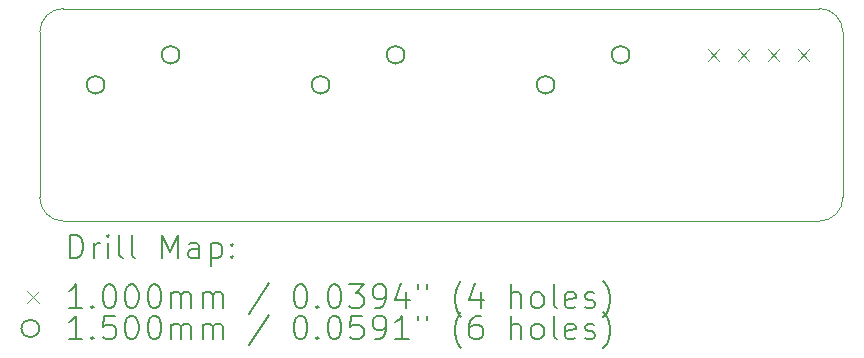
<source format=gbr>
%TF.GenerationSoftware,KiCad,Pcbnew,8.0.3*%
%TF.CreationDate,2024-06-07T22:11:13+12:00*%
%TF.ProjectId,mechanical_switch_breakout,6d656368-616e-4696-9361-6c5f73776974,0.1.0*%
%TF.SameCoordinates,Original*%
%TF.FileFunction,Drillmap*%
%TF.FilePolarity,Positive*%
%FSLAX45Y45*%
G04 Gerber Fmt 4.5, Leading zero omitted, Abs format (unit mm)*
G04 Created by KiCad (PCBNEW 8.0.3) date 2024-06-07 22:11:13*
%MOMM*%
%LPD*%
G01*
G04 APERTURE LIST*
%ADD10C,0.100000*%
%ADD11C,0.200000*%
%ADD12C,0.150000*%
G04 APERTURE END LIST*
D10*
X13495750Y-5454000D02*
X7095750Y-5454000D01*
X13495750Y-5454000D02*
G75*
G02*
X13695750Y-5654000I0J-200000D01*
G01*
X13695750Y-7054000D02*
X13695750Y-5654000D01*
X7095750Y-7254000D02*
G75*
G02*
X6895750Y-7054000I0J200000D01*
G01*
X7095750Y-7254000D02*
X13495750Y-7254000D01*
X13695750Y-7054000D02*
G75*
G02*
X13495750Y-7254000I-200000J0D01*
G01*
X6895750Y-5654000D02*
X6895750Y-7054000D01*
X6895750Y-5654000D02*
G75*
G02*
X7095750Y-5454000I200000J0D01*
G01*
D11*
D10*
X12550000Y-5800000D02*
X12650000Y-5900000D01*
X12650000Y-5800000D02*
X12550000Y-5900000D01*
X12804000Y-5800000D02*
X12904000Y-5900000D01*
X12904000Y-5800000D02*
X12804000Y-5900000D01*
X13058000Y-5800000D02*
X13158000Y-5900000D01*
X13158000Y-5800000D02*
X13058000Y-5900000D01*
X13312000Y-5800000D02*
X13412000Y-5900000D01*
X13412000Y-5800000D02*
X13312000Y-5900000D01*
D12*
X7444000Y-6100000D02*
G75*
G02*
X7294000Y-6100000I-75000J0D01*
G01*
X7294000Y-6100000D02*
G75*
G02*
X7444000Y-6100000I75000J0D01*
G01*
X8079000Y-5846000D02*
G75*
G02*
X7929000Y-5846000I-75000J0D01*
G01*
X7929000Y-5846000D02*
G75*
G02*
X8079000Y-5846000I75000J0D01*
G01*
X9349000Y-6100000D02*
G75*
G02*
X9199000Y-6100000I-75000J0D01*
G01*
X9199000Y-6100000D02*
G75*
G02*
X9349000Y-6100000I75000J0D01*
G01*
X9984000Y-5846000D02*
G75*
G02*
X9834000Y-5846000I-75000J0D01*
G01*
X9834000Y-5846000D02*
G75*
G02*
X9984000Y-5846000I75000J0D01*
G01*
X11254000Y-6100000D02*
G75*
G02*
X11104000Y-6100000I-75000J0D01*
G01*
X11104000Y-6100000D02*
G75*
G02*
X11254000Y-6100000I75000J0D01*
G01*
X11889000Y-5846000D02*
G75*
G02*
X11739000Y-5846000I-75000J0D01*
G01*
X11739000Y-5846000D02*
G75*
G02*
X11889000Y-5846000I75000J0D01*
G01*
D11*
X7151527Y-7570484D02*
X7151527Y-7370484D01*
X7151527Y-7370484D02*
X7199146Y-7370484D01*
X7199146Y-7370484D02*
X7227717Y-7380007D01*
X7227717Y-7380007D02*
X7246765Y-7399055D01*
X7246765Y-7399055D02*
X7256289Y-7418103D01*
X7256289Y-7418103D02*
X7265812Y-7456198D01*
X7265812Y-7456198D02*
X7265812Y-7484769D01*
X7265812Y-7484769D02*
X7256289Y-7522865D01*
X7256289Y-7522865D02*
X7246765Y-7541912D01*
X7246765Y-7541912D02*
X7227717Y-7560960D01*
X7227717Y-7560960D02*
X7199146Y-7570484D01*
X7199146Y-7570484D02*
X7151527Y-7570484D01*
X7351527Y-7570484D02*
X7351527Y-7437150D01*
X7351527Y-7475246D02*
X7361051Y-7456198D01*
X7361051Y-7456198D02*
X7370574Y-7446674D01*
X7370574Y-7446674D02*
X7389622Y-7437150D01*
X7389622Y-7437150D02*
X7408670Y-7437150D01*
X7475336Y-7570484D02*
X7475336Y-7437150D01*
X7475336Y-7370484D02*
X7465812Y-7380007D01*
X7465812Y-7380007D02*
X7475336Y-7389531D01*
X7475336Y-7389531D02*
X7484860Y-7380007D01*
X7484860Y-7380007D02*
X7475336Y-7370484D01*
X7475336Y-7370484D02*
X7475336Y-7389531D01*
X7599146Y-7570484D02*
X7580098Y-7560960D01*
X7580098Y-7560960D02*
X7570574Y-7541912D01*
X7570574Y-7541912D02*
X7570574Y-7370484D01*
X7703908Y-7570484D02*
X7684860Y-7560960D01*
X7684860Y-7560960D02*
X7675336Y-7541912D01*
X7675336Y-7541912D02*
X7675336Y-7370484D01*
X7932479Y-7570484D02*
X7932479Y-7370484D01*
X7932479Y-7370484D02*
X7999146Y-7513341D01*
X7999146Y-7513341D02*
X8065812Y-7370484D01*
X8065812Y-7370484D02*
X8065812Y-7570484D01*
X8246765Y-7570484D02*
X8246765Y-7465722D01*
X8246765Y-7465722D02*
X8237241Y-7446674D01*
X8237241Y-7446674D02*
X8218193Y-7437150D01*
X8218193Y-7437150D02*
X8180098Y-7437150D01*
X8180098Y-7437150D02*
X8161051Y-7446674D01*
X8246765Y-7560960D02*
X8227717Y-7570484D01*
X8227717Y-7570484D02*
X8180098Y-7570484D01*
X8180098Y-7570484D02*
X8161051Y-7560960D01*
X8161051Y-7560960D02*
X8151527Y-7541912D01*
X8151527Y-7541912D02*
X8151527Y-7522865D01*
X8151527Y-7522865D02*
X8161051Y-7503817D01*
X8161051Y-7503817D02*
X8180098Y-7494293D01*
X8180098Y-7494293D02*
X8227717Y-7494293D01*
X8227717Y-7494293D02*
X8246765Y-7484769D01*
X8342003Y-7437150D02*
X8342003Y-7637150D01*
X8342003Y-7446674D02*
X8361051Y-7437150D01*
X8361051Y-7437150D02*
X8399146Y-7437150D01*
X8399146Y-7437150D02*
X8418194Y-7446674D01*
X8418194Y-7446674D02*
X8427717Y-7456198D01*
X8427717Y-7456198D02*
X8437241Y-7475246D01*
X8437241Y-7475246D02*
X8437241Y-7532388D01*
X8437241Y-7532388D02*
X8427717Y-7551436D01*
X8427717Y-7551436D02*
X8418194Y-7560960D01*
X8418194Y-7560960D02*
X8399146Y-7570484D01*
X8399146Y-7570484D02*
X8361051Y-7570484D01*
X8361051Y-7570484D02*
X8342003Y-7560960D01*
X8522955Y-7551436D02*
X8532479Y-7560960D01*
X8532479Y-7560960D02*
X8522955Y-7570484D01*
X8522955Y-7570484D02*
X8513432Y-7560960D01*
X8513432Y-7560960D02*
X8522955Y-7551436D01*
X8522955Y-7551436D02*
X8522955Y-7570484D01*
X8522955Y-7446674D02*
X8532479Y-7456198D01*
X8532479Y-7456198D02*
X8522955Y-7465722D01*
X8522955Y-7465722D02*
X8513432Y-7456198D01*
X8513432Y-7456198D02*
X8522955Y-7446674D01*
X8522955Y-7446674D02*
X8522955Y-7465722D01*
D10*
X6790750Y-7849000D02*
X6890750Y-7949000D01*
X6890750Y-7849000D02*
X6790750Y-7949000D01*
D11*
X7256289Y-7990484D02*
X7142003Y-7990484D01*
X7199146Y-7990484D02*
X7199146Y-7790484D01*
X7199146Y-7790484D02*
X7180098Y-7819055D01*
X7180098Y-7819055D02*
X7161051Y-7838103D01*
X7161051Y-7838103D02*
X7142003Y-7847626D01*
X7342003Y-7971436D02*
X7351527Y-7980960D01*
X7351527Y-7980960D02*
X7342003Y-7990484D01*
X7342003Y-7990484D02*
X7332479Y-7980960D01*
X7332479Y-7980960D02*
X7342003Y-7971436D01*
X7342003Y-7971436D02*
X7342003Y-7990484D01*
X7475336Y-7790484D02*
X7494384Y-7790484D01*
X7494384Y-7790484D02*
X7513432Y-7800007D01*
X7513432Y-7800007D02*
X7522955Y-7809531D01*
X7522955Y-7809531D02*
X7532479Y-7828579D01*
X7532479Y-7828579D02*
X7542003Y-7866674D01*
X7542003Y-7866674D02*
X7542003Y-7914293D01*
X7542003Y-7914293D02*
X7532479Y-7952388D01*
X7532479Y-7952388D02*
X7522955Y-7971436D01*
X7522955Y-7971436D02*
X7513432Y-7980960D01*
X7513432Y-7980960D02*
X7494384Y-7990484D01*
X7494384Y-7990484D02*
X7475336Y-7990484D01*
X7475336Y-7990484D02*
X7456289Y-7980960D01*
X7456289Y-7980960D02*
X7446765Y-7971436D01*
X7446765Y-7971436D02*
X7437241Y-7952388D01*
X7437241Y-7952388D02*
X7427717Y-7914293D01*
X7427717Y-7914293D02*
X7427717Y-7866674D01*
X7427717Y-7866674D02*
X7437241Y-7828579D01*
X7437241Y-7828579D02*
X7446765Y-7809531D01*
X7446765Y-7809531D02*
X7456289Y-7800007D01*
X7456289Y-7800007D02*
X7475336Y-7790484D01*
X7665812Y-7790484D02*
X7684860Y-7790484D01*
X7684860Y-7790484D02*
X7703908Y-7800007D01*
X7703908Y-7800007D02*
X7713432Y-7809531D01*
X7713432Y-7809531D02*
X7722955Y-7828579D01*
X7722955Y-7828579D02*
X7732479Y-7866674D01*
X7732479Y-7866674D02*
X7732479Y-7914293D01*
X7732479Y-7914293D02*
X7722955Y-7952388D01*
X7722955Y-7952388D02*
X7713432Y-7971436D01*
X7713432Y-7971436D02*
X7703908Y-7980960D01*
X7703908Y-7980960D02*
X7684860Y-7990484D01*
X7684860Y-7990484D02*
X7665812Y-7990484D01*
X7665812Y-7990484D02*
X7646765Y-7980960D01*
X7646765Y-7980960D02*
X7637241Y-7971436D01*
X7637241Y-7971436D02*
X7627717Y-7952388D01*
X7627717Y-7952388D02*
X7618193Y-7914293D01*
X7618193Y-7914293D02*
X7618193Y-7866674D01*
X7618193Y-7866674D02*
X7627717Y-7828579D01*
X7627717Y-7828579D02*
X7637241Y-7809531D01*
X7637241Y-7809531D02*
X7646765Y-7800007D01*
X7646765Y-7800007D02*
X7665812Y-7790484D01*
X7856289Y-7790484D02*
X7875336Y-7790484D01*
X7875336Y-7790484D02*
X7894384Y-7800007D01*
X7894384Y-7800007D02*
X7903908Y-7809531D01*
X7903908Y-7809531D02*
X7913432Y-7828579D01*
X7913432Y-7828579D02*
X7922955Y-7866674D01*
X7922955Y-7866674D02*
X7922955Y-7914293D01*
X7922955Y-7914293D02*
X7913432Y-7952388D01*
X7913432Y-7952388D02*
X7903908Y-7971436D01*
X7903908Y-7971436D02*
X7894384Y-7980960D01*
X7894384Y-7980960D02*
X7875336Y-7990484D01*
X7875336Y-7990484D02*
X7856289Y-7990484D01*
X7856289Y-7990484D02*
X7837241Y-7980960D01*
X7837241Y-7980960D02*
X7827717Y-7971436D01*
X7827717Y-7971436D02*
X7818193Y-7952388D01*
X7818193Y-7952388D02*
X7808670Y-7914293D01*
X7808670Y-7914293D02*
X7808670Y-7866674D01*
X7808670Y-7866674D02*
X7818193Y-7828579D01*
X7818193Y-7828579D02*
X7827717Y-7809531D01*
X7827717Y-7809531D02*
X7837241Y-7800007D01*
X7837241Y-7800007D02*
X7856289Y-7790484D01*
X8008670Y-7990484D02*
X8008670Y-7857150D01*
X8008670Y-7876198D02*
X8018193Y-7866674D01*
X8018193Y-7866674D02*
X8037241Y-7857150D01*
X8037241Y-7857150D02*
X8065813Y-7857150D01*
X8065813Y-7857150D02*
X8084860Y-7866674D01*
X8084860Y-7866674D02*
X8094384Y-7885722D01*
X8094384Y-7885722D02*
X8094384Y-7990484D01*
X8094384Y-7885722D02*
X8103908Y-7866674D01*
X8103908Y-7866674D02*
X8122955Y-7857150D01*
X8122955Y-7857150D02*
X8151527Y-7857150D01*
X8151527Y-7857150D02*
X8170574Y-7866674D01*
X8170574Y-7866674D02*
X8180098Y-7885722D01*
X8180098Y-7885722D02*
X8180098Y-7990484D01*
X8275336Y-7990484D02*
X8275336Y-7857150D01*
X8275336Y-7876198D02*
X8284860Y-7866674D01*
X8284860Y-7866674D02*
X8303908Y-7857150D01*
X8303908Y-7857150D02*
X8332479Y-7857150D01*
X8332479Y-7857150D02*
X8351527Y-7866674D01*
X8351527Y-7866674D02*
X8361051Y-7885722D01*
X8361051Y-7885722D02*
X8361051Y-7990484D01*
X8361051Y-7885722D02*
X8370574Y-7866674D01*
X8370574Y-7866674D02*
X8389622Y-7857150D01*
X8389622Y-7857150D02*
X8418194Y-7857150D01*
X8418194Y-7857150D02*
X8437241Y-7866674D01*
X8437241Y-7866674D02*
X8446765Y-7885722D01*
X8446765Y-7885722D02*
X8446765Y-7990484D01*
X8837241Y-7780960D02*
X8665813Y-8038103D01*
X9094384Y-7790484D02*
X9113432Y-7790484D01*
X9113432Y-7790484D02*
X9132479Y-7800007D01*
X9132479Y-7800007D02*
X9142003Y-7809531D01*
X9142003Y-7809531D02*
X9151527Y-7828579D01*
X9151527Y-7828579D02*
X9161051Y-7866674D01*
X9161051Y-7866674D02*
X9161051Y-7914293D01*
X9161051Y-7914293D02*
X9151527Y-7952388D01*
X9151527Y-7952388D02*
X9142003Y-7971436D01*
X9142003Y-7971436D02*
X9132479Y-7980960D01*
X9132479Y-7980960D02*
X9113432Y-7990484D01*
X9113432Y-7990484D02*
X9094384Y-7990484D01*
X9094384Y-7990484D02*
X9075337Y-7980960D01*
X9075337Y-7980960D02*
X9065813Y-7971436D01*
X9065813Y-7971436D02*
X9056289Y-7952388D01*
X9056289Y-7952388D02*
X9046765Y-7914293D01*
X9046765Y-7914293D02*
X9046765Y-7866674D01*
X9046765Y-7866674D02*
X9056289Y-7828579D01*
X9056289Y-7828579D02*
X9065813Y-7809531D01*
X9065813Y-7809531D02*
X9075337Y-7800007D01*
X9075337Y-7800007D02*
X9094384Y-7790484D01*
X9246765Y-7971436D02*
X9256289Y-7980960D01*
X9256289Y-7980960D02*
X9246765Y-7990484D01*
X9246765Y-7990484D02*
X9237241Y-7980960D01*
X9237241Y-7980960D02*
X9246765Y-7971436D01*
X9246765Y-7971436D02*
X9246765Y-7990484D01*
X9380098Y-7790484D02*
X9399146Y-7790484D01*
X9399146Y-7790484D02*
X9418194Y-7800007D01*
X9418194Y-7800007D02*
X9427718Y-7809531D01*
X9427718Y-7809531D02*
X9437241Y-7828579D01*
X9437241Y-7828579D02*
X9446765Y-7866674D01*
X9446765Y-7866674D02*
X9446765Y-7914293D01*
X9446765Y-7914293D02*
X9437241Y-7952388D01*
X9437241Y-7952388D02*
X9427718Y-7971436D01*
X9427718Y-7971436D02*
X9418194Y-7980960D01*
X9418194Y-7980960D02*
X9399146Y-7990484D01*
X9399146Y-7990484D02*
X9380098Y-7990484D01*
X9380098Y-7990484D02*
X9361051Y-7980960D01*
X9361051Y-7980960D02*
X9351527Y-7971436D01*
X9351527Y-7971436D02*
X9342003Y-7952388D01*
X9342003Y-7952388D02*
X9332479Y-7914293D01*
X9332479Y-7914293D02*
X9332479Y-7866674D01*
X9332479Y-7866674D02*
X9342003Y-7828579D01*
X9342003Y-7828579D02*
X9351527Y-7809531D01*
X9351527Y-7809531D02*
X9361051Y-7800007D01*
X9361051Y-7800007D02*
X9380098Y-7790484D01*
X9513432Y-7790484D02*
X9637241Y-7790484D01*
X9637241Y-7790484D02*
X9570575Y-7866674D01*
X9570575Y-7866674D02*
X9599146Y-7866674D01*
X9599146Y-7866674D02*
X9618194Y-7876198D01*
X9618194Y-7876198D02*
X9627718Y-7885722D01*
X9627718Y-7885722D02*
X9637241Y-7904769D01*
X9637241Y-7904769D02*
X9637241Y-7952388D01*
X9637241Y-7952388D02*
X9627718Y-7971436D01*
X9627718Y-7971436D02*
X9618194Y-7980960D01*
X9618194Y-7980960D02*
X9599146Y-7990484D01*
X9599146Y-7990484D02*
X9542003Y-7990484D01*
X9542003Y-7990484D02*
X9522956Y-7980960D01*
X9522956Y-7980960D02*
X9513432Y-7971436D01*
X9732479Y-7990484D02*
X9770575Y-7990484D01*
X9770575Y-7990484D02*
X9789622Y-7980960D01*
X9789622Y-7980960D02*
X9799146Y-7971436D01*
X9799146Y-7971436D02*
X9818194Y-7942865D01*
X9818194Y-7942865D02*
X9827718Y-7904769D01*
X9827718Y-7904769D02*
X9827718Y-7828579D01*
X9827718Y-7828579D02*
X9818194Y-7809531D01*
X9818194Y-7809531D02*
X9808670Y-7800007D01*
X9808670Y-7800007D02*
X9789622Y-7790484D01*
X9789622Y-7790484D02*
X9751527Y-7790484D01*
X9751527Y-7790484D02*
X9732479Y-7800007D01*
X9732479Y-7800007D02*
X9722956Y-7809531D01*
X9722956Y-7809531D02*
X9713432Y-7828579D01*
X9713432Y-7828579D02*
X9713432Y-7876198D01*
X9713432Y-7876198D02*
X9722956Y-7895246D01*
X9722956Y-7895246D02*
X9732479Y-7904769D01*
X9732479Y-7904769D02*
X9751527Y-7914293D01*
X9751527Y-7914293D02*
X9789622Y-7914293D01*
X9789622Y-7914293D02*
X9808670Y-7904769D01*
X9808670Y-7904769D02*
X9818194Y-7895246D01*
X9818194Y-7895246D02*
X9827718Y-7876198D01*
X9999146Y-7857150D02*
X9999146Y-7990484D01*
X9951527Y-7780960D02*
X9903908Y-7923817D01*
X9903908Y-7923817D02*
X10027718Y-7923817D01*
X10094384Y-7790484D02*
X10094384Y-7828579D01*
X10170575Y-7790484D02*
X10170575Y-7828579D01*
X10465813Y-8066674D02*
X10456289Y-8057150D01*
X10456289Y-8057150D02*
X10437241Y-8028579D01*
X10437241Y-8028579D02*
X10427718Y-8009531D01*
X10427718Y-8009531D02*
X10418194Y-7980960D01*
X10418194Y-7980960D02*
X10408670Y-7933341D01*
X10408670Y-7933341D02*
X10408670Y-7895246D01*
X10408670Y-7895246D02*
X10418194Y-7847626D01*
X10418194Y-7847626D02*
X10427718Y-7819055D01*
X10427718Y-7819055D02*
X10437241Y-7800007D01*
X10437241Y-7800007D02*
X10456289Y-7771436D01*
X10456289Y-7771436D02*
X10465813Y-7761912D01*
X10627718Y-7857150D02*
X10627718Y-7990484D01*
X10580099Y-7780960D02*
X10532480Y-7923817D01*
X10532480Y-7923817D02*
X10656289Y-7923817D01*
X10884861Y-7990484D02*
X10884861Y-7790484D01*
X10970575Y-7990484D02*
X10970575Y-7885722D01*
X10970575Y-7885722D02*
X10961051Y-7866674D01*
X10961051Y-7866674D02*
X10942003Y-7857150D01*
X10942003Y-7857150D02*
X10913432Y-7857150D01*
X10913432Y-7857150D02*
X10894384Y-7866674D01*
X10894384Y-7866674D02*
X10884861Y-7876198D01*
X11094384Y-7990484D02*
X11075337Y-7980960D01*
X11075337Y-7980960D02*
X11065813Y-7971436D01*
X11065813Y-7971436D02*
X11056289Y-7952388D01*
X11056289Y-7952388D02*
X11056289Y-7895246D01*
X11056289Y-7895246D02*
X11065813Y-7876198D01*
X11065813Y-7876198D02*
X11075337Y-7866674D01*
X11075337Y-7866674D02*
X11094384Y-7857150D01*
X11094384Y-7857150D02*
X11122956Y-7857150D01*
X11122956Y-7857150D02*
X11142003Y-7866674D01*
X11142003Y-7866674D02*
X11151527Y-7876198D01*
X11151527Y-7876198D02*
X11161051Y-7895246D01*
X11161051Y-7895246D02*
X11161051Y-7952388D01*
X11161051Y-7952388D02*
X11151527Y-7971436D01*
X11151527Y-7971436D02*
X11142003Y-7980960D01*
X11142003Y-7980960D02*
X11122956Y-7990484D01*
X11122956Y-7990484D02*
X11094384Y-7990484D01*
X11275337Y-7990484D02*
X11256289Y-7980960D01*
X11256289Y-7980960D02*
X11246765Y-7961912D01*
X11246765Y-7961912D02*
X11246765Y-7790484D01*
X11427718Y-7980960D02*
X11408670Y-7990484D01*
X11408670Y-7990484D02*
X11370575Y-7990484D01*
X11370575Y-7990484D02*
X11351527Y-7980960D01*
X11351527Y-7980960D02*
X11342003Y-7961912D01*
X11342003Y-7961912D02*
X11342003Y-7885722D01*
X11342003Y-7885722D02*
X11351527Y-7866674D01*
X11351527Y-7866674D02*
X11370575Y-7857150D01*
X11370575Y-7857150D02*
X11408670Y-7857150D01*
X11408670Y-7857150D02*
X11427718Y-7866674D01*
X11427718Y-7866674D02*
X11437241Y-7885722D01*
X11437241Y-7885722D02*
X11437241Y-7904769D01*
X11437241Y-7904769D02*
X11342003Y-7923817D01*
X11513432Y-7980960D02*
X11532480Y-7990484D01*
X11532480Y-7990484D02*
X11570575Y-7990484D01*
X11570575Y-7990484D02*
X11589622Y-7980960D01*
X11589622Y-7980960D02*
X11599146Y-7961912D01*
X11599146Y-7961912D02*
X11599146Y-7952388D01*
X11599146Y-7952388D02*
X11589622Y-7933341D01*
X11589622Y-7933341D02*
X11570575Y-7923817D01*
X11570575Y-7923817D02*
X11542003Y-7923817D01*
X11542003Y-7923817D02*
X11522956Y-7914293D01*
X11522956Y-7914293D02*
X11513432Y-7895246D01*
X11513432Y-7895246D02*
X11513432Y-7885722D01*
X11513432Y-7885722D02*
X11522956Y-7866674D01*
X11522956Y-7866674D02*
X11542003Y-7857150D01*
X11542003Y-7857150D02*
X11570575Y-7857150D01*
X11570575Y-7857150D02*
X11589622Y-7866674D01*
X11665813Y-8066674D02*
X11675337Y-8057150D01*
X11675337Y-8057150D02*
X11694384Y-8028579D01*
X11694384Y-8028579D02*
X11703908Y-8009531D01*
X11703908Y-8009531D02*
X11713432Y-7980960D01*
X11713432Y-7980960D02*
X11722956Y-7933341D01*
X11722956Y-7933341D02*
X11722956Y-7895246D01*
X11722956Y-7895246D02*
X11713432Y-7847626D01*
X11713432Y-7847626D02*
X11703908Y-7819055D01*
X11703908Y-7819055D02*
X11694384Y-7800007D01*
X11694384Y-7800007D02*
X11675337Y-7771436D01*
X11675337Y-7771436D02*
X11665813Y-7761912D01*
D12*
X6890750Y-8163000D02*
G75*
G02*
X6740750Y-8163000I-75000J0D01*
G01*
X6740750Y-8163000D02*
G75*
G02*
X6890750Y-8163000I75000J0D01*
G01*
D11*
X7256289Y-8254484D02*
X7142003Y-8254484D01*
X7199146Y-8254484D02*
X7199146Y-8054484D01*
X7199146Y-8054484D02*
X7180098Y-8083055D01*
X7180098Y-8083055D02*
X7161051Y-8102103D01*
X7161051Y-8102103D02*
X7142003Y-8111626D01*
X7342003Y-8235436D02*
X7351527Y-8244960D01*
X7351527Y-8244960D02*
X7342003Y-8254484D01*
X7342003Y-8254484D02*
X7332479Y-8244960D01*
X7332479Y-8244960D02*
X7342003Y-8235436D01*
X7342003Y-8235436D02*
X7342003Y-8254484D01*
X7532479Y-8054484D02*
X7437241Y-8054484D01*
X7437241Y-8054484D02*
X7427717Y-8149722D01*
X7427717Y-8149722D02*
X7437241Y-8140198D01*
X7437241Y-8140198D02*
X7456289Y-8130674D01*
X7456289Y-8130674D02*
X7503908Y-8130674D01*
X7503908Y-8130674D02*
X7522955Y-8140198D01*
X7522955Y-8140198D02*
X7532479Y-8149722D01*
X7532479Y-8149722D02*
X7542003Y-8168769D01*
X7542003Y-8168769D02*
X7542003Y-8216388D01*
X7542003Y-8216388D02*
X7532479Y-8235436D01*
X7532479Y-8235436D02*
X7522955Y-8244960D01*
X7522955Y-8244960D02*
X7503908Y-8254484D01*
X7503908Y-8254484D02*
X7456289Y-8254484D01*
X7456289Y-8254484D02*
X7437241Y-8244960D01*
X7437241Y-8244960D02*
X7427717Y-8235436D01*
X7665812Y-8054484D02*
X7684860Y-8054484D01*
X7684860Y-8054484D02*
X7703908Y-8064007D01*
X7703908Y-8064007D02*
X7713432Y-8073531D01*
X7713432Y-8073531D02*
X7722955Y-8092579D01*
X7722955Y-8092579D02*
X7732479Y-8130674D01*
X7732479Y-8130674D02*
X7732479Y-8178293D01*
X7732479Y-8178293D02*
X7722955Y-8216388D01*
X7722955Y-8216388D02*
X7713432Y-8235436D01*
X7713432Y-8235436D02*
X7703908Y-8244960D01*
X7703908Y-8244960D02*
X7684860Y-8254484D01*
X7684860Y-8254484D02*
X7665812Y-8254484D01*
X7665812Y-8254484D02*
X7646765Y-8244960D01*
X7646765Y-8244960D02*
X7637241Y-8235436D01*
X7637241Y-8235436D02*
X7627717Y-8216388D01*
X7627717Y-8216388D02*
X7618193Y-8178293D01*
X7618193Y-8178293D02*
X7618193Y-8130674D01*
X7618193Y-8130674D02*
X7627717Y-8092579D01*
X7627717Y-8092579D02*
X7637241Y-8073531D01*
X7637241Y-8073531D02*
X7646765Y-8064007D01*
X7646765Y-8064007D02*
X7665812Y-8054484D01*
X7856289Y-8054484D02*
X7875336Y-8054484D01*
X7875336Y-8054484D02*
X7894384Y-8064007D01*
X7894384Y-8064007D02*
X7903908Y-8073531D01*
X7903908Y-8073531D02*
X7913432Y-8092579D01*
X7913432Y-8092579D02*
X7922955Y-8130674D01*
X7922955Y-8130674D02*
X7922955Y-8178293D01*
X7922955Y-8178293D02*
X7913432Y-8216388D01*
X7913432Y-8216388D02*
X7903908Y-8235436D01*
X7903908Y-8235436D02*
X7894384Y-8244960D01*
X7894384Y-8244960D02*
X7875336Y-8254484D01*
X7875336Y-8254484D02*
X7856289Y-8254484D01*
X7856289Y-8254484D02*
X7837241Y-8244960D01*
X7837241Y-8244960D02*
X7827717Y-8235436D01*
X7827717Y-8235436D02*
X7818193Y-8216388D01*
X7818193Y-8216388D02*
X7808670Y-8178293D01*
X7808670Y-8178293D02*
X7808670Y-8130674D01*
X7808670Y-8130674D02*
X7818193Y-8092579D01*
X7818193Y-8092579D02*
X7827717Y-8073531D01*
X7827717Y-8073531D02*
X7837241Y-8064007D01*
X7837241Y-8064007D02*
X7856289Y-8054484D01*
X8008670Y-8254484D02*
X8008670Y-8121150D01*
X8008670Y-8140198D02*
X8018193Y-8130674D01*
X8018193Y-8130674D02*
X8037241Y-8121150D01*
X8037241Y-8121150D02*
X8065813Y-8121150D01*
X8065813Y-8121150D02*
X8084860Y-8130674D01*
X8084860Y-8130674D02*
X8094384Y-8149722D01*
X8094384Y-8149722D02*
X8094384Y-8254484D01*
X8094384Y-8149722D02*
X8103908Y-8130674D01*
X8103908Y-8130674D02*
X8122955Y-8121150D01*
X8122955Y-8121150D02*
X8151527Y-8121150D01*
X8151527Y-8121150D02*
X8170574Y-8130674D01*
X8170574Y-8130674D02*
X8180098Y-8149722D01*
X8180098Y-8149722D02*
X8180098Y-8254484D01*
X8275336Y-8254484D02*
X8275336Y-8121150D01*
X8275336Y-8140198D02*
X8284860Y-8130674D01*
X8284860Y-8130674D02*
X8303908Y-8121150D01*
X8303908Y-8121150D02*
X8332479Y-8121150D01*
X8332479Y-8121150D02*
X8351527Y-8130674D01*
X8351527Y-8130674D02*
X8361051Y-8149722D01*
X8361051Y-8149722D02*
X8361051Y-8254484D01*
X8361051Y-8149722D02*
X8370574Y-8130674D01*
X8370574Y-8130674D02*
X8389622Y-8121150D01*
X8389622Y-8121150D02*
X8418194Y-8121150D01*
X8418194Y-8121150D02*
X8437241Y-8130674D01*
X8437241Y-8130674D02*
X8446765Y-8149722D01*
X8446765Y-8149722D02*
X8446765Y-8254484D01*
X8837241Y-8044960D02*
X8665813Y-8302103D01*
X9094384Y-8054484D02*
X9113432Y-8054484D01*
X9113432Y-8054484D02*
X9132479Y-8064007D01*
X9132479Y-8064007D02*
X9142003Y-8073531D01*
X9142003Y-8073531D02*
X9151527Y-8092579D01*
X9151527Y-8092579D02*
X9161051Y-8130674D01*
X9161051Y-8130674D02*
X9161051Y-8178293D01*
X9161051Y-8178293D02*
X9151527Y-8216388D01*
X9151527Y-8216388D02*
X9142003Y-8235436D01*
X9142003Y-8235436D02*
X9132479Y-8244960D01*
X9132479Y-8244960D02*
X9113432Y-8254484D01*
X9113432Y-8254484D02*
X9094384Y-8254484D01*
X9094384Y-8254484D02*
X9075337Y-8244960D01*
X9075337Y-8244960D02*
X9065813Y-8235436D01*
X9065813Y-8235436D02*
X9056289Y-8216388D01*
X9056289Y-8216388D02*
X9046765Y-8178293D01*
X9046765Y-8178293D02*
X9046765Y-8130674D01*
X9046765Y-8130674D02*
X9056289Y-8092579D01*
X9056289Y-8092579D02*
X9065813Y-8073531D01*
X9065813Y-8073531D02*
X9075337Y-8064007D01*
X9075337Y-8064007D02*
X9094384Y-8054484D01*
X9246765Y-8235436D02*
X9256289Y-8244960D01*
X9256289Y-8244960D02*
X9246765Y-8254484D01*
X9246765Y-8254484D02*
X9237241Y-8244960D01*
X9237241Y-8244960D02*
X9246765Y-8235436D01*
X9246765Y-8235436D02*
X9246765Y-8254484D01*
X9380098Y-8054484D02*
X9399146Y-8054484D01*
X9399146Y-8054484D02*
X9418194Y-8064007D01*
X9418194Y-8064007D02*
X9427718Y-8073531D01*
X9427718Y-8073531D02*
X9437241Y-8092579D01*
X9437241Y-8092579D02*
X9446765Y-8130674D01*
X9446765Y-8130674D02*
X9446765Y-8178293D01*
X9446765Y-8178293D02*
X9437241Y-8216388D01*
X9437241Y-8216388D02*
X9427718Y-8235436D01*
X9427718Y-8235436D02*
X9418194Y-8244960D01*
X9418194Y-8244960D02*
X9399146Y-8254484D01*
X9399146Y-8254484D02*
X9380098Y-8254484D01*
X9380098Y-8254484D02*
X9361051Y-8244960D01*
X9361051Y-8244960D02*
X9351527Y-8235436D01*
X9351527Y-8235436D02*
X9342003Y-8216388D01*
X9342003Y-8216388D02*
X9332479Y-8178293D01*
X9332479Y-8178293D02*
X9332479Y-8130674D01*
X9332479Y-8130674D02*
X9342003Y-8092579D01*
X9342003Y-8092579D02*
X9351527Y-8073531D01*
X9351527Y-8073531D02*
X9361051Y-8064007D01*
X9361051Y-8064007D02*
X9380098Y-8054484D01*
X9627718Y-8054484D02*
X9532479Y-8054484D01*
X9532479Y-8054484D02*
X9522956Y-8149722D01*
X9522956Y-8149722D02*
X9532479Y-8140198D01*
X9532479Y-8140198D02*
X9551527Y-8130674D01*
X9551527Y-8130674D02*
X9599146Y-8130674D01*
X9599146Y-8130674D02*
X9618194Y-8140198D01*
X9618194Y-8140198D02*
X9627718Y-8149722D01*
X9627718Y-8149722D02*
X9637241Y-8168769D01*
X9637241Y-8168769D02*
X9637241Y-8216388D01*
X9637241Y-8216388D02*
X9627718Y-8235436D01*
X9627718Y-8235436D02*
X9618194Y-8244960D01*
X9618194Y-8244960D02*
X9599146Y-8254484D01*
X9599146Y-8254484D02*
X9551527Y-8254484D01*
X9551527Y-8254484D02*
X9532479Y-8244960D01*
X9532479Y-8244960D02*
X9522956Y-8235436D01*
X9732479Y-8254484D02*
X9770575Y-8254484D01*
X9770575Y-8254484D02*
X9789622Y-8244960D01*
X9789622Y-8244960D02*
X9799146Y-8235436D01*
X9799146Y-8235436D02*
X9818194Y-8206865D01*
X9818194Y-8206865D02*
X9827718Y-8168769D01*
X9827718Y-8168769D02*
X9827718Y-8092579D01*
X9827718Y-8092579D02*
X9818194Y-8073531D01*
X9818194Y-8073531D02*
X9808670Y-8064007D01*
X9808670Y-8064007D02*
X9789622Y-8054484D01*
X9789622Y-8054484D02*
X9751527Y-8054484D01*
X9751527Y-8054484D02*
X9732479Y-8064007D01*
X9732479Y-8064007D02*
X9722956Y-8073531D01*
X9722956Y-8073531D02*
X9713432Y-8092579D01*
X9713432Y-8092579D02*
X9713432Y-8140198D01*
X9713432Y-8140198D02*
X9722956Y-8159246D01*
X9722956Y-8159246D02*
X9732479Y-8168769D01*
X9732479Y-8168769D02*
X9751527Y-8178293D01*
X9751527Y-8178293D02*
X9789622Y-8178293D01*
X9789622Y-8178293D02*
X9808670Y-8168769D01*
X9808670Y-8168769D02*
X9818194Y-8159246D01*
X9818194Y-8159246D02*
X9827718Y-8140198D01*
X10018194Y-8254484D02*
X9903908Y-8254484D01*
X9961051Y-8254484D02*
X9961051Y-8054484D01*
X9961051Y-8054484D02*
X9942003Y-8083055D01*
X9942003Y-8083055D02*
X9922956Y-8102103D01*
X9922956Y-8102103D02*
X9903908Y-8111626D01*
X10094384Y-8054484D02*
X10094384Y-8092579D01*
X10170575Y-8054484D02*
X10170575Y-8092579D01*
X10465813Y-8330674D02*
X10456289Y-8321150D01*
X10456289Y-8321150D02*
X10437241Y-8292579D01*
X10437241Y-8292579D02*
X10427718Y-8273531D01*
X10427718Y-8273531D02*
X10418194Y-8244960D01*
X10418194Y-8244960D02*
X10408670Y-8197341D01*
X10408670Y-8197341D02*
X10408670Y-8159246D01*
X10408670Y-8159246D02*
X10418194Y-8111626D01*
X10418194Y-8111626D02*
X10427718Y-8083055D01*
X10427718Y-8083055D02*
X10437241Y-8064007D01*
X10437241Y-8064007D02*
X10456289Y-8035436D01*
X10456289Y-8035436D02*
X10465813Y-8025912D01*
X10627718Y-8054484D02*
X10589622Y-8054484D01*
X10589622Y-8054484D02*
X10570575Y-8064007D01*
X10570575Y-8064007D02*
X10561051Y-8073531D01*
X10561051Y-8073531D02*
X10542003Y-8102103D01*
X10542003Y-8102103D02*
X10532480Y-8140198D01*
X10532480Y-8140198D02*
X10532480Y-8216388D01*
X10532480Y-8216388D02*
X10542003Y-8235436D01*
X10542003Y-8235436D02*
X10551527Y-8244960D01*
X10551527Y-8244960D02*
X10570575Y-8254484D01*
X10570575Y-8254484D02*
X10608670Y-8254484D01*
X10608670Y-8254484D02*
X10627718Y-8244960D01*
X10627718Y-8244960D02*
X10637241Y-8235436D01*
X10637241Y-8235436D02*
X10646765Y-8216388D01*
X10646765Y-8216388D02*
X10646765Y-8168769D01*
X10646765Y-8168769D02*
X10637241Y-8149722D01*
X10637241Y-8149722D02*
X10627718Y-8140198D01*
X10627718Y-8140198D02*
X10608670Y-8130674D01*
X10608670Y-8130674D02*
X10570575Y-8130674D01*
X10570575Y-8130674D02*
X10551527Y-8140198D01*
X10551527Y-8140198D02*
X10542003Y-8149722D01*
X10542003Y-8149722D02*
X10532480Y-8168769D01*
X10884861Y-8254484D02*
X10884861Y-8054484D01*
X10970575Y-8254484D02*
X10970575Y-8149722D01*
X10970575Y-8149722D02*
X10961051Y-8130674D01*
X10961051Y-8130674D02*
X10942003Y-8121150D01*
X10942003Y-8121150D02*
X10913432Y-8121150D01*
X10913432Y-8121150D02*
X10894384Y-8130674D01*
X10894384Y-8130674D02*
X10884861Y-8140198D01*
X11094384Y-8254484D02*
X11075337Y-8244960D01*
X11075337Y-8244960D02*
X11065813Y-8235436D01*
X11065813Y-8235436D02*
X11056289Y-8216388D01*
X11056289Y-8216388D02*
X11056289Y-8159246D01*
X11056289Y-8159246D02*
X11065813Y-8140198D01*
X11065813Y-8140198D02*
X11075337Y-8130674D01*
X11075337Y-8130674D02*
X11094384Y-8121150D01*
X11094384Y-8121150D02*
X11122956Y-8121150D01*
X11122956Y-8121150D02*
X11142003Y-8130674D01*
X11142003Y-8130674D02*
X11151527Y-8140198D01*
X11151527Y-8140198D02*
X11161051Y-8159246D01*
X11161051Y-8159246D02*
X11161051Y-8216388D01*
X11161051Y-8216388D02*
X11151527Y-8235436D01*
X11151527Y-8235436D02*
X11142003Y-8244960D01*
X11142003Y-8244960D02*
X11122956Y-8254484D01*
X11122956Y-8254484D02*
X11094384Y-8254484D01*
X11275337Y-8254484D02*
X11256289Y-8244960D01*
X11256289Y-8244960D02*
X11246765Y-8225912D01*
X11246765Y-8225912D02*
X11246765Y-8054484D01*
X11427718Y-8244960D02*
X11408670Y-8254484D01*
X11408670Y-8254484D02*
X11370575Y-8254484D01*
X11370575Y-8254484D02*
X11351527Y-8244960D01*
X11351527Y-8244960D02*
X11342003Y-8225912D01*
X11342003Y-8225912D02*
X11342003Y-8149722D01*
X11342003Y-8149722D02*
X11351527Y-8130674D01*
X11351527Y-8130674D02*
X11370575Y-8121150D01*
X11370575Y-8121150D02*
X11408670Y-8121150D01*
X11408670Y-8121150D02*
X11427718Y-8130674D01*
X11427718Y-8130674D02*
X11437241Y-8149722D01*
X11437241Y-8149722D02*
X11437241Y-8168769D01*
X11437241Y-8168769D02*
X11342003Y-8187817D01*
X11513432Y-8244960D02*
X11532480Y-8254484D01*
X11532480Y-8254484D02*
X11570575Y-8254484D01*
X11570575Y-8254484D02*
X11589622Y-8244960D01*
X11589622Y-8244960D02*
X11599146Y-8225912D01*
X11599146Y-8225912D02*
X11599146Y-8216388D01*
X11599146Y-8216388D02*
X11589622Y-8197341D01*
X11589622Y-8197341D02*
X11570575Y-8187817D01*
X11570575Y-8187817D02*
X11542003Y-8187817D01*
X11542003Y-8187817D02*
X11522956Y-8178293D01*
X11522956Y-8178293D02*
X11513432Y-8159246D01*
X11513432Y-8159246D02*
X11513432Y-8149722D01*
X11513432Y-8149722D02*
X11522956Y-8130674D01*
X11522956Y-8130674D02*
X11542003Y-8121150D01*
X11542003Y-8121150D02*
X11570575Y-8121150D01*
X11570575Y-8121150D02*
X11589622Y-8130674D01*
X11665813Y-8330674D02*
X11675337Y-8321150D01*
X11675337Y-8321150D02*
X11694384Y-8292579D01*
X11694384Y-8292579D02*
X11703908Y-8273531D01*
X11703908Y-8273531D02*
X11713432Y-8244960D01*
X11713432Y-8244960D02*
X11722956Y-8197341D01*
X11722956Y-8197341D02*
X11722956Y-8159246D01*
X11722956Y-8159246D02*
X11713432Y-8111626D01*
X11713432Y-8111626D02*
X11703908Y-8083055D01*
X11703908Y-8083055D02*
X11694384Y-8064007D01*
X11694384Y-8064007D02*
X11675337Y-8035436D01*
X11675337Y-8035436D02*
X11665813Y-8025912D01*
M02*

</source>
